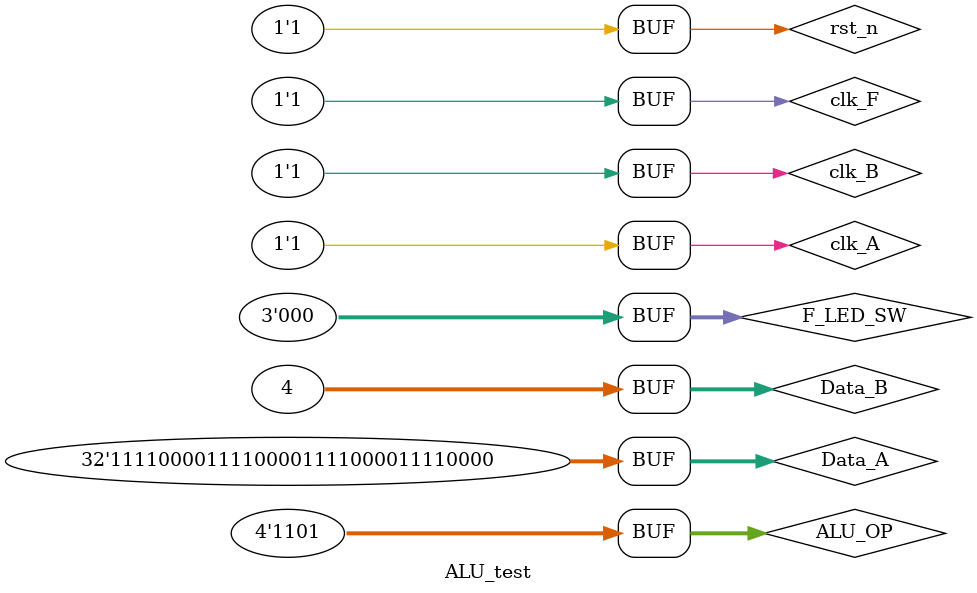
<source format=v>
`timescale 1ns / 1ps


module ALU_test;
       //Inputs
       reg rst_n,clk_A,clk_B,clk_F;
       reg [3:0] ALU_OP;
	   reg [32:1] Data_A;
	   reg [32:1] Data_B;
	   	reg [2:0] F_LED_SW;
	   // Outputs
	   wire [7:0] LED;
	   wire [32:1] F;
	   wire [4:1] FR;
    Muti_ALU ALU_test(rst_n,clk_A,clk_B,clk_F,ALU_OP,Data_A,Data_B,F,FR,F_LED_SW,LED);
initial begin
        rst_n=0;clk_A=0;clk_B=0;clk_F=0;
        F_LED_SW = 3'b000;
        #100
        rst_n=1;
        clk_A=1;   
        Data_A=32'hF0F0F0F0; 
        clk_B=1;
        Data_B=32'h00000004;
        clk_F=1;
		ALU_OP = 4'b0000; #100;//°´Î»Óë
		ALU_OP = 4'b0001; #100;//°´Î»»ò
		ALU_OP = 4'b0010; #100;//°´Î»Òì»ò
		ALU_OP = 4'b0011; #100;//°´Î»»ò·Ç
		ALU_OP = 4'b0100; #100;//Ïà¼Ó
		ALU_OP = 4'b0101; #100;//Ïà¼õ				
		ALU_OP = 4'b0110; #100;//ÅÐ¶ÏA<B
		ALU_OP = 4'b0111; #100;
		ALU_OP = 4'b1000; #100;
		ALU_OP = 4'b1101; #100;
end

endmodule

</source>
